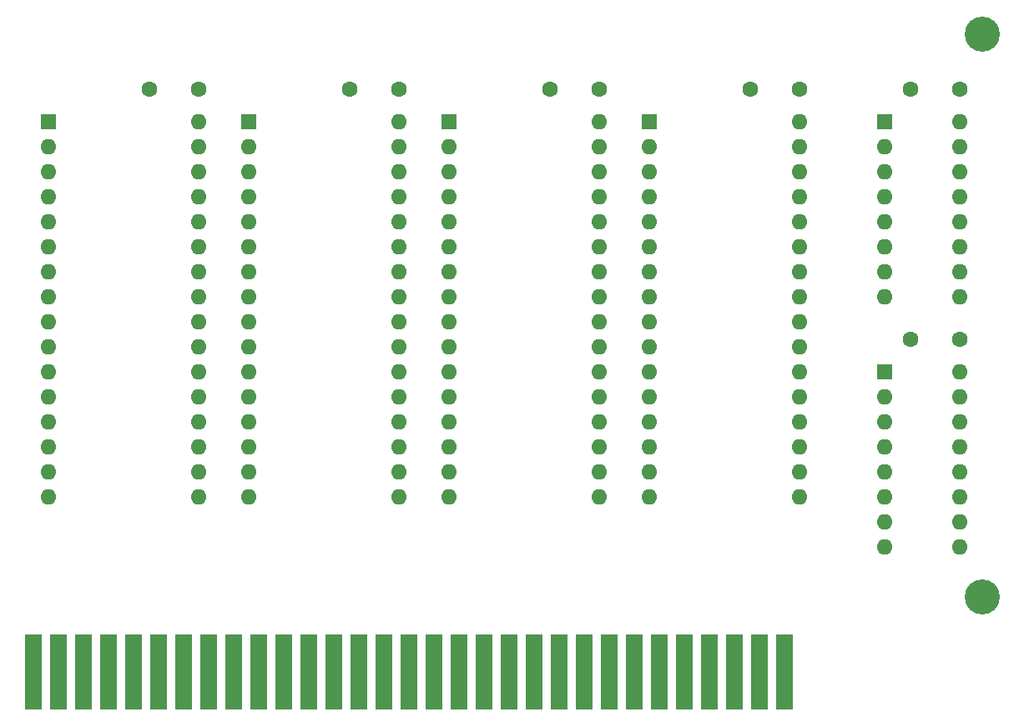
<source format=gbr>
G04 #@! TF.GenerationSoftware,KiCad,Pcbnew,(5.1.8)-1*
G04 #@! TF.CreationDate,2023-02-21T10:27:52-07:00*
G04 #@! TF.ProjectId,64K 640K ISA,36344b20-3634-4304-9b20-4953412e6b69,rev?*
G04 #@! TF.SameCoordinates,Original*
G04 #@! TF.FileFunction,Soldermask,Bot*
G04 #@! TF.FilePolarity,Negative*
%FSLAX46Y46*%
G04 Gerber Fmt 4.6, Leading zero omitted, Abs format (unit mm)*
G04 Created by KiCad (PCBNEW (5.1.8)-1) date 2023-02-21 10:27:52*
%MOMM*%
%LPD*%
G01*
G04 APERTURE LIST*
%ADD10C,1.600000*%
%ADD11O,1.600000X1.600000*%
%ADD12R,1.600000X1.600000*%
%ADD13R,1.780000X7.620000*%
%ADD14C,3.556000*%
G04 APERTURE END LIST*
D10*
G04 #@! TO.C,C2*
X122420380Y-70586600D03*
X117420380Y-70586600D03*
G04 #@! TD*
D11*
G04 #@! TO.C,U2*
X122420380Y-73888600D03*
X107180380Y-111988600D03*
X122420380Y-76428600D03*
X107180380Y-109448600D03*
X122420380Y-78968600D03*
X107180380Y-106908600D03*
X122420380Y-81508600D03*
X107180380Y-104368600D03*
X122420380Y-84048600D03*
X107180380Y-101828600D03*
X122420380Y-86588600D03*
X107180380Y-99288600D03*
X122420380Y-89128600D03*
X107180380Y-96748600D03*
X122420380Y-91668600D03*
X107180380Y-94208600D03*
X122420380Y-94208600D03*
X107180380Y-91668600D03*
X122420380Y-96748600D03*
X107180380Y-89128600D03*
X122420380Y-99288600D03*
X107180380Y-86588600D03*
X122420380Y-101828600D03*
X107180380Y-84048600D03*
X122420380Y-104368600D03*
X107180380Y-81508600D03*
X122420380Y-106908600D03*
X107180380Y-78968600D03*
X122420380Y-109448600D03*
X107180380Y-76428600D03*
X122420380Y-111988600D03*
D12*
X107180380Y-73888600D03*
G04 #@! TD*
D11*
G04 #@! TO.C,U1*
X102100380Y-73888600D03*
X86860380Y-111988600D03*
X102100380Y-76428600D03*
X86860380Y-109448600D03*
X102100380Y-78968600D03*
X86860380Y-106908600D03*
X102100380Y-81508600D03*
X86860380Y-104368600D03*
X102100380Y-84048600D03*
X86860380Y-101828600D03*
X102100380Y-86588600D03*
X86860380Y-99288600D03*
X102100380Y-89128600D03*
X86860380Y-96748600D03*
X102100380Y-91668600D03*
X86860380Y-94208600D03*
X102100380Y-94208600D03*
X86860380Y-91668600D03*
X102100380Y-96748600D03*
X86860380Y-89128600D03*
X102100380Y-99288600D03*
X86860380Y-86588600D03*
X102100380Y-101828600D03*
X86860380Y-84048600D03*
X102100380Y-104368600D03*
X86860380Y-81508600D03*
X102100380Y-106908600D03*
X86860380Y-78968600D03*
X102100380Y-109448600D03*
X86860380Y-76428600D03*
X102100380Y-111988600D03*
D12*
X86860380Y-73888600D03*
G04 #@! TD*
D10*
G04 #@! TO.C,C1*
X102100380Y-70586600D03*
X97100380Y-70586600D03*
G04 #@! TD*
D11*
G04 #@! TO.C,U3*
X142740380Y-73888600D03*
X127500380Y-111988600D03*
X142740380Y-76428600D03*
X127500380Y-109448600D03*
X142740380Y-78968600D03*
X127500380Y-106908600D03*
X142740380Y-81508600D03*
X127500380Y-104368600D03*
X142740380Y-84048600D03*
X127500380Y-101828600D03*
X142740380Y-86588600D03*
X127500380Y-99288600D03*
X142740380Y-89128600D03*
X127500380Y-96748600D03*
X142740380Y-91668600D03*
X127500380Y-94208600D03*
X142740380Y-94208600D03*
X127500380Y-91668600D03*
X142740380Y-96748600D03*
X127500380Y-89128600D03*
X142740380Y-99288600D03*
X127500380Y-86588600D03*
X142740380Y-101828600D03*
X127500380Y-84048600D03*
X142740380Y-104368600D03*
X127500380Y-81508600D03*
X142740380Y-106908600D03*
X127500380Y-78968600D03*
X142740380Y-109448600D03*
X127500380Y-76428600D03*
X142740380Y-111988600D03*
D12*
X127500380Y-73888600D03*
G04 #@! TD*
D11*
G04 #@! TO.C,U4*
X163060380Y-73888600D03*
X147820380Y-111988600D03*
X163060380Y-76428600D03*
X147820380Y-109448600D03*
X163060380Y-78968600D03*
X147820380Y-106908600D03*
X163060380Y-81508600D03*
X147820380Y-104368600D03*
X163060380Y-84048600D03*
X147820380Y-101828600D03*
X163060380Y-86588600D03*
X147820380Y-99288600D03*
X163060380Y-89128600D03*
X147820380Y-96748600D03*
X163060380Y-91668600D03*
X147820380Y-94208600D03*
X163060380Y-94208600D03*
X147820380Y-91668600D03*
X163060380Y-96748600D03*
X147820380Y-89128600D03*
X163060380Y-99288600D03*
X147820380Y-86588600D03*
X163060380Y-101828600D03*
X147820380Y-84048600D03*
X163060380Y-104368600D03*
X147820380Y-81508600D03*
X163060380Y-106908600D03*
X147820380Y-78968600D03*
X163060380Y-109448600D03*
X147820380Y-76428600D03*
X163060380Y-111988600D03*
D12*
X147820380Y-73888600D03*
G04 #@! TD*
D10*
G04 #@! TO.C,C6*
X179316380Y-95986600D03*
X174316380Y-95986600D03*
G04 #@! TD*
G04 #@! TO.C,C3*
X142740380Y-70586600D03*
X137740380Y-70586600D03*
G04 #@! TD*
D13*
G04 #@! TO.C,J9*
X85336380Y-129768600D03*
X87876380Y-129768600D03*
X90416380Y-129768600D03*
X92956380Y-129768600D03*
X95496380Y-129768600D03*
X98036380Y-129768600D03*
X100576380Y-129768600D03*
X103116380Y-129768600D03*
X105656380Y-129768600D03*
X108196380Y-129768600D03*
X110736380Y-129768600D03*
X113276380Y-129768600D03*
X115816380Y-129768600D03*
X118356380Y-129768600D03*
X120896380Y-129768600D03*
X123436380Y-129768600D03*
X125976380Y-129768600D03*
X128516380Y-129768600D03*
X131056380Y-129768600D03*
X133596380Y-129768600D03*
X136136380Y-129768600D03*
X138676380Y-129768600D03*
X141216380Y-129768600D03*
X143756380Y-129768600D03*
X146296380Y-129768600D03*
X148836380Y-129768600D03*
X151376380Y-129768600D03*
X153916380Y-129768600D03*
X156456380Y-129768600D03*
X158996380Y-129768600D03*
X161536380Y-129768600D03*
G04 #@! TD*
D14*
G04 #@! TO.C,R*
X181602380Y-122148600D03*
G04 #@! TD*
G04 #@! TO.C,R*
X181602380Y-64998600D03*
G04 #@! TD*
D11*
G04 #@! TO.C,U6*
X179316380Y-99288600D03*
X171696380Y-117068600D03*
X179316380Y-101828600D03*
X171696380Y-114528600D03*
X179316380Y-104368600D03*
X171696380Y-111988600D03*
X179316380Y-106908600D03*
X171696380Y-109448600D03*
X179316380Y-109448600D03*
X171696380Y-106908600D03*
X179316380Y-111988600D03*
X171696380Y-104368600D03*
X179316380Y-114528600D03*
X171696380Y-101828600D03*
X179316380Y-117068600D03*
D12*
X171696380Y-99288600D03*
G04 #@! TD*
D11*
G04 #@! TO.C,U5*
X179316380Y-73888600D03*
X171696380Y-91668600D03*
X179316380Y-76428600D03*
X171696380Y-89128600D03*
X179316380Y-78968600D03*
X171696380Y-86588600D03*
X179316380Y-81508600D03*
X171696380Y-84048600D03*
X179316380Y-84048600D03*
X171696380Y-81508600D03*
X179316380Y-86588600D03*
X171696380Y-78968600D03*
X179316380Y-89128600D03*
X171696380Y-76428600D03*
X179316380Y-91668600D03*
D12*
X171696380Y-73888600D03*
G04 #@! TD*
D10*
G04 #@! TO.C,C5*
X179316380Y-70586600D03*
X174316380Y-70586600D03*
G04 #@! TD*
G04 #@! TO.C,C4*
X163060380Y-70586600D03*
X158060380Y-70586600D03*
G04 #@! TD*
M02*

</source>
